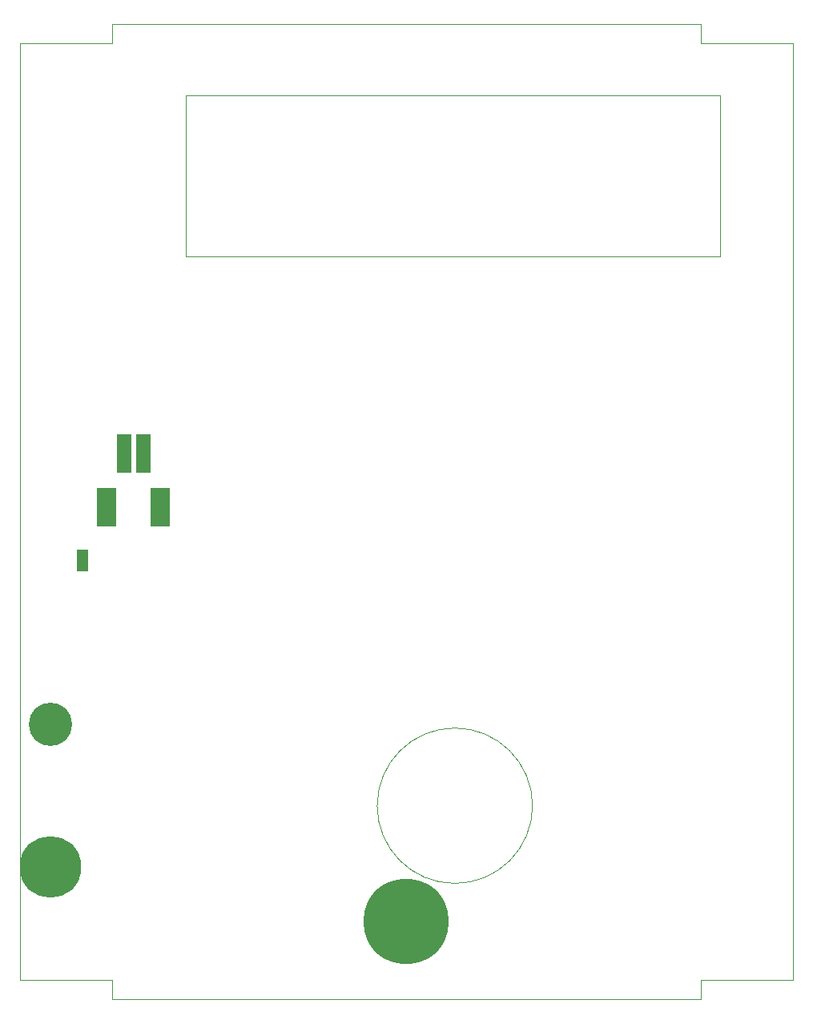
<source format=gbs>
G04 #@! TF.FileFunction,Soldermask,Bot*
%FSLAX46Y46*%
G04 Gerber Fmt 4.6, Leading zero omitted, Abs format (unit mm)*
G04 Created by KiCad (PCBNEW (after 2015-mar-04 BZR unknown)-product) date Wed 15 Apr 2015 11:51:05 AM CDT*
%MOMM*%
G01*
G04 APERTURE LIST*
%ADD10C,0.150000*%
%ADD11C,0.099060*%
%ADD12C,4.572000*%
%ADD13C,6.507480*%
%ADD14R,1.524000X4.064000*%
%ADD15R,2.032000X4.064000*%
%ADD16C,9.006840*%
%ADD17R,1.209040X1.209040*%
G04 APERTURE END LIST*
D10*
D11*
X69171820Y-64648080D02*
X69171820Y-62638940D01*
X59420760Y-64648080D02*
X69171820Y-64648080D01*
X131396740Y-64648080D02*
X141150340Y-64648080D01*
X131396740Y-62638940D02*
X131396740Y-64648080D01*
X113609750Y-145200000D02*
G75*
G03X113609750Y-145200000I-8209750J0D01*
G01*
X69171820Y-62638940D02*
X131396740Y-62638940D01*
X131391660Y-163639500D02*
X131391660Y-165638480D01*
X69171820Y-163639500D02*
X69171820Y-165638480D01*
X131391660Y-165638480D02*
X69171820Y-165638480D01*
X76921360Y-70139560D02*
X76921360Y-87139780D01*
X133421120Y-70139560D02*
X133421120Y-87139780D01*
X76921360Y-70139560D02*
X133421120Y-70139560D01*
X133421120Y-87139780D02*
X76921360Y-87139780D01*
X141150340Y-163639500D02*
X131391660Y-163639500D01*
X141150340Y-64648080D02*
X141150340Y-163639500D01*
X59420760Y-163639500D02*
X59420760Y-64648080D01*
X59420760Y-163639500D02*
X69171820Y-163639500D01*
D12*
X62621160Y-136639300D03*
D13*
X62621160Y-151638000D03*
D14*
X70403720Y-108000800D03*
X72435720Y-108000800D03*
D15*
X74264520Y-113639600D03*
X68574920Y-113639600D03*
D16*
X100281740Y-157388560D03*
D17*
X66050160Y-119842280D03*
X66050160Y-118739920D03*
M02*

</source>
